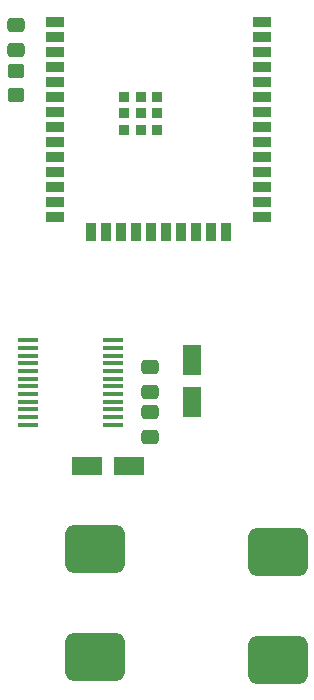
<source format=gbr>
%TF.GenerationSoftware,KiCad,Pcbnew,9.0.2-9.0.2-0~ubuntu24.04.1*%
%TF.CreationDate,2025-06-12T20:24:44+02:00*%
%TF.ProjectId,PCB_Robot,5043425f-526f-4626-9f74-2e6b69636164,rev?*%
%TF.SameCoordinates,Original*%
%TF.FileFunction,Paste,Top*%
%TF.FilePolarity,Positive*%
%FSLAX46Y46*%
G04 Gerber Fmt 4.6, Leading zero omitted, Abs format (unit mm)*
G04 Created by KiCad (PCBNEW 9.0.2-9.0.2-0~ubuntu24.04.1) date 2025-06-12 20:24:44*
%MOMM*%
%LPD*%
G01*
G04 APERTURE LIST*
G04 Aperture macros list*
%AMRoundRect*
0 Rectangle with rounded corners*
0 $1 Rounding radius*
0 $2 $3 $4 $5 $6 $7 $8 $9 X,Y pos of 4 corners*
0 Add a 4 corners polygon primitive as box body*
4,1,4,$2,$3,$4,$5,$6,$7,$8,$9,$2,$3,0*
0 Add four circle primitives for the rounded corners*
1,1,$1+$1,$2,$3*
1,1,$1+$1,$4,$5*
1,1,$1+$1,$6,$7*
1,1,$1+$1,$8,$9*
0 Add four rect primitives between the rounded corners*
20,1,$1+$1,$2,$3,$4,$5,0*
20,1,$1+$1,$4,$5,$6,$7,0*
20,1,$1+$1,$6,$7,$8,$9,0*
20,1,$1+$1,$8,$9,$2,$3,0*%
G04 Aperture macros list end*
%ADD10R,1.500000X0.900000*%
%ADD11R,0.900000X1.500000*%
%ADD12R,0.900000X0.900000*%
%ADD13RoundRect,0.600000X-1.900000X-1.400000X1.900000X-1.400000X1.900000X1.400000X-1.900000X1.400000X0*%
%ADD14RoundRect,0.250000X0.475000X-0.337500X0.475000X0.337500X-0.475000X0.337500X-0.475000X-0.337500X0*%
%ADD15RoundRect,0.250000X0.450000X-0.350000X0.450000X0.350000X-0.450000X0.350000X-0.450000X-0.350000X0*%
%ADD16RoundRect,0.250000X-0.550000X1.050000X-0.550000X-1.050000X0.550000X-1.050000X0.550000X1.050000X0*%
%ADD17RoundRect,0.250000X-1.050000X-0.550000X1.050000X-0.550000X1.050000X0.550000X-1.050000X0.550000X0*%
%ADD18RoundRect,0.250000X-0.475000X0.337500X-0.475000X-0.337500X0.475000X-0.337500X0.475000X0.337500X0*%
%ADD19R,1.750000X0.450000*%
G04 APERTURE END LIST*
D10*
%TO.C,U1*%
X124200000Y-82000000D03*
X124200000Y-83270000D03*
X124200000Y-84540000D03*
X124200000Y-85810000D03*
X124200000Y-87080000D03*
X124200000Y-88350000D03*
X124200000Y-89620000D03*
X124200000Y-90890000D03*
X124200000Y-92160000D03*
X124200000Y-93430000D03*
X124200000Y-94700000D03*
X124200000Y-95970000D03*
X124200000Y-97240000D03*
X124200000Y-98510000D03*
D11*
X127230000Y-99760000D03*
X128500000Y-99760000D03*
X129770000Y-99760000D03*
X131040000Y-99760000D03*
X132310000Y-99760000D03*
X133580000Y-99760000D03*
X134850000Y-99760000D03*
X136120000Y-99760000D03*
X137390000Y-99760000D03*
X138660000Y-99760000D03*
D10*
X141700000Y-98510000D03*
X141700000Y-97240000D03*
X141700000Y-95970000D03*
X141700000Y-94700000D03*
X141700000Y-93430000D03*
X141700000Y-92160000D03*
X141700000Y-90890000D03*
X141700000Y-89620000D03*
X141700000Y-88350000D03*
X141700000Y-87080000D03*
X141700000Y-85810000D03*
X141700000Y-84540000D03*
X141700000Y-83270000D03*
X141700000Y-82000000D03*
D12*
X130050000Y-88320000D03*
X130050000Y-88320000D03*
X130050000Y-89720000D03*
X130050000Y-91120000D03*
X130050000Y-91120000D03*
X131450000Y-88320000D03*
X131450000Y-89720000D03*
X131450000Y-91120000D03*
X131450000Y-91120000D03*
X132850000Y-88320000D03*
X132850000Y-89720000D03*
X132850000Y-91120000D03*
%TD*%
D13*
%TO.C,U4*%
X127553000Y-126601000D03*
X127553000Y-135745000D03*
X143047000Y-135999000D03*
X143047000Y-126855000D03*
%TD*%
D14*
%TO.C,C5*%
X132200000Y-117137500D03*
X132200000Y-115062500D03*
%TD*%
D15*
%TO.C,R1*%
X120900000Y-88150000D03*
X120900000Y-86150000D03*
%TD*%
D14*
%TO.C,C1*%
X120900000Y-84337500D03*
X120900000Y-82262500D03*
%TD*%
D16*
%TO.C,C2*%
X135800000Y-110600000D03*
X135800000Y-114200000D03*
%TD*%
D17*
%TO.C,C4*%
X126900000Y-119600000D03*
X130500000Y-119600000D03*
%TD*%
D18*
%TO.C,C3*%
X132200000Y-111225000D03*
X132200000Y-113300000D03*
%TD*%
D19*
%TO.C,U2*%
X121890000Y-108965000D03*
X121890000Y-109615000D03*
X121890000Y-110265000D03*
X121890000Y-110915000D03*
X121890000Y-111565000D03*
X121890000Y-112215000D03*
X121890000Y-112865000D03*
X121890000Y-113515000D03*
X121890000Y-114165000D03*
X121890000Y-114815000D03*
X121890000Y-115465000D03*
X121890000Y-116115000D03*
X129090000Y-116115000D03*
X129090000Y-115465000D03*
X129090000Y-114815000D03*
X129090000Y-114165000D03*
X129090000Y-113515000D03*
X129090000Y-112865000D03*
X129090000Y-112215000D03*
X129090000Y-111565000D03*
X129090000Y-110915000D03*
X129090000Y-110265000D03*
X129090000Y-109615000D03*
X129090000Y-108965000D03*
%TD*%
M02*

</source>
